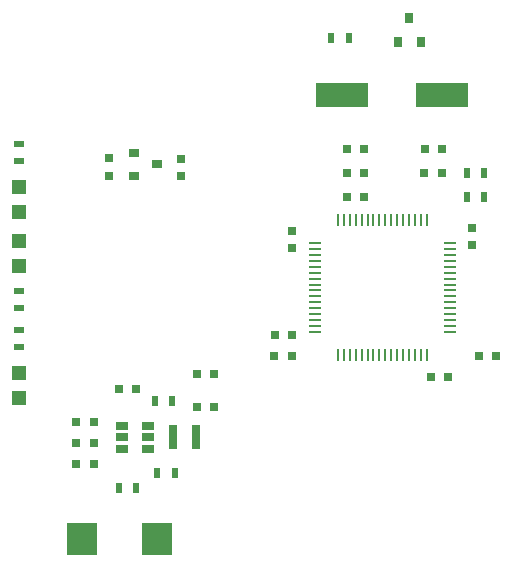
<source format=gbr>
G04 #@! TF.GenerationSoftware,KiCad,Pcbnew,(5.0.2)-1*
G04 #@! TF.CreationDate,2019-03-06T23:00:33-07:00*
G04 #@! TF.ProjectId,AndromedaV3,416e6472-6f6d-4656-9461-56332e6b6963,rev?*
G04 #@! TF.SameCoordinates,Original*
G04 #@! TF.FileFunction,Paste,Top*
G04 #@! TF.FilePolarity,Positive*
%FSLAX46Y46*%
G04 Gerber Fmt 4.6, Leading zero omitted, Abs format (unit mm)*
G04 Created by KiCad (PCBNEW (5.0.2)-1) date 2019-03-06 11:00:33 PM*
%MOMM*%
%LPD*%
G01*
G04 APERTURE LIST*
%ADD10R,0.800000X0.750000*%
%ADD11R,0.750000X0.800000*%
%ADD12R,2.550000X2.700000*%
%ADD13R,1.200000X1.200000*%
%ADD14R,0.800000X2.000000*%
%ADD15R,0.800000X0.900000*%
%ADD16R,0.500000X0.900000*%
%ADD17R,0.900000X0.500000*%
%ADD18R,0.900000X0.800000*%
%ADD19R,1.060000X0.650000*%
%ADD20R,1.000000X0.250000*%
%ADD21R,0.250000X1.000000*%
%ADD22R,4.500000X2.000000*%
G04 APERTURE END LIST*
D10*
G04 #@! TO.C,C1*
X118860000Y-104394000D03*
X117360000Y-104394000D03*
G04 #@! TD*
D11*
G04 #@! TO.C,C2*
X126238000Y-83566000D03*
X126238000Y-82066000D03*
G04 #@! TD*
D10*
G04 #@! TO.C,C3*
X118848000Y-107950000D03*
X117348000Y-107950000D03*
G04 #@! TD*
G04 #@! TO.C,C4*
X117348000Y-106172000D03*
X118848000Y-106172000D03*
G04 #@! TD*
D11*
G04 #@! TO.C,C5*
X120142000Y-82042000D03*
X120142000Y-83542000D03*
G04 #@! TD*
D10*
G04 #@! TO.C,C6*
X122428000Y-101600000D03*
X120928000Y-101600000D03*
G04 #@! TD*
G04 #@! TO.C,C7*
X127532000Y-103124000D03*
X129032000Y-103124000D03*
G04 #@! TD*
G04 #@! TO.C,C8*
X129032000Y-100330000D03*
X127532000Y-100330000D03*
G04 #@! TD*
G04 #@! TO.C,C9*
X147344000Y-100584000D03*
X148844000Y-100584000D03*
G04 #@! TD*
G04 #@! TO.C,C10*
X135636000Y-97028000D03*
X134136000Y-97028000D03*
G04 #@! TD*
G04 #@! TO.C,C11*
X140232000Y-81280000D03*
X141732000Y-81280000D03*
G04 #@! TD*
G04 #@! TO.C,C12*
X134124000Y-98806000D03*
X135624000Y-98806000D03*
G04 #@! TD*
G04 #@! TO.C,C13*
X148336000Y-81280000D03*
X146836000Y-81280000D03*
G04 #@! TD*
G04 #@! TO.C,C14*
X146812000Y-83312000D03*
X148312000Y-83312000D03*
G04 #@! TD*
D11*
G04 #@! TO.C,C15*
X150876000Y-87908000D03*
X150876000Y-89408000D03*
G04 #@! TD*
D10*
G04 #@! TO.C,C16*
X140232000Y-85344000D03*
X141732000Y-85344000D03*
G04 #@! TD*
D11*
G04 #@! TO.C,C17*
X135636000Y-88162000D03*
X135636000Y-89662000D03*
G04 #@! TD*
D10*
G04 #@! TO.C,C18*
X140232000Y-83312000D03*
X141732000Y-83312000D03*
G04 #@! TD*
G04 #@! TO.C,C19*
X152908000Y-98806000D03*
X151408000Y-98806000D03*
G04 #@! TD*
D12*
G04 #@! TO.C,C20*
X117856000Y-114300000D03*
X124206000Y-114300000D03*
G04 #@! TD*
D13*
G04 #@! TO.C,D1*
X112522000Y-84414000D03*
X112522000Y-86614000D03*
G04 #@! TD*
G04 #@! TO.C,D2*
X112522000Y-91186000D03*
X112522000Y-88986000D03*
G04 #@! TD*
G04 #@! TO.C,D3*
X112522000Y-102362000D03*
X112522000Y-100162000D03*
G04 #@! TD*
D14*
G04 #@! TO.C,L1*
X127508000Y-105664000D03*
X125508000Y-105664000D03*
G04 #@! TD*
D15*
G04 #@! TO.C,Q1*
X144592000Y-72186000D03*
X146492000Y-72186000D03*
X145542000Y-70186000D03*
G04 #@! TD*
D16*
G04 #@! TO.C,R1*
X120928000Y-109982000D03*
X122428000Y-109982000D03*
G04 #@! TD*
G04 #@! TO.C,R2*
X125718000Y-108712000D03*
X124218000Y-108712000D03*
G04 #@! TD*
G04 #@! TO.C,R3*
X138950000Y-71882000D03*
X140450000Y-71882000D03*
G04 #@! TD*
G04 #@! TO.C,R4*
X123976000Y-102616000D03*
X125476000Y-102616000D03*
G04 #@! TD*
D17*
G04 #@! TO.C,R5*
X112522000Y-82284000D03*
X112522000Y-80784000D03*
G04 #@! TD*
D16*
G04 #@! TO.C,R6*
X150392000Y-83312000D03*
X151892000Y-83312000D03*
G04 #@! TD*
G04 #@! TO.C,R7*
X150392000Y-85344000D03*
X151892000Y-85344000D03*
G04 #@! TD*
D17*
G04 #@! TO.C,R8*
X112522000Y-93242000D03*
X112522000Y-94742000D03*
G04 #@! TD*
G04 #@! TO.C,R9*
X112522000Y-98032000D03*
X112522000Y-96532000D03*
G04 #@! TD*
D18*
G04 #@! TO.C,U1*
X124190000Y-82550000D03*
X122190000Y-83500000D03*
X122190000Y-81600000D03*
G04 #@! TD*
D19*
G04 #@! TO.C,U2*
X123444000Y-105664000D03*
X123444000Y-104714000D03*
X123444000Y-106614000D03*
X121244000Y-106614000D03*
X121244000Y-105664000D03*
X121244000Y-104714000D03*
G04 #@! TD*
D20*
G04 #@! TO.C,U3*
X148956000Y-89214000D03*
X148956000Y-89714000D03*
X148956000Y-90214000D03*
X148956000Y-90714000D03*
X148956000Y-91214000D03*
X148956000Y-91714000D03*
X148956000Y-92214000D03*
X148956000Y-92714000D03*
X148956000Y-93214000D03*
X148956000Y-93714000D03*
X148956000Y-94214000D03*
X148956000Y-94714000D03*
X148956000Y-95214000D03*
X148956000Y-95714000D03*
X148956000Y-96214000D03*
X148956000Y-96714000D03*
D21*
X147006000Y-98664000D03*
X146506000Y-98664000D03*
X146006000Y-98664000D03*
X145506000Y-98664000D03*
X145006000Y-98664000D03*
X144506000Y-98664000D03*
X144006000Y-98664000D03*
X143506000Y-98664000D03*
X143006000Y-98664000D03*
X142506000Y-98664000D03*
X142006000Y-98664000D03*
X141506000Y-98664000D03*
X141006000Y-98664000D03*
X140506000Y-98664000D03*
X140006000Y-98664000D03*
X139506000Y-98664000D03*
D20*
X137556000Y-96714000D03*
X137556000Y-96214000D03*
X137556000Y-95714000D03*
X137556000Y-95214000D03*
X137556000Y-94714000D03*
X137556000Y-94214000D03*
X137556000Y-93714000D03*
X137556000Y-93214000D03*
X137556000Y-92714000D03*
X137556000Y-92214000D03*
X137556000Y-91714000D03*
X137556000Y-91214000D03*
X137556000Y-90714000D03*
X137556000Y-90214000D03*
X137556000Y-89714000D03*
X137556000Y-89214000D03*
D21*
X139506000Y-87264000D03*
X140006000Y-87264000D03*
X140506000Y-87264000D03*
X141006000Y-87264000D03*
X141506000Y-87264000D03*
X142006000Y-87264000D03*
X142506000Y-87264000D03*
X143006000Y-87264000D03*
X143506000Y-87264000D03*
X144006000Y-87264000D03*
X144506000Y-87264000D03*
X145006000Y-87264000D03*
X145506000Y-87264000D03*
X146006000Y-87264000D03*
X146506000Y-87264000D03*
X147006000Y-87264000D03*
G04 #@! TD*
D22*
G04 #@! TO.C,Y1*
X148336000Y-76708000D03*
X139836000Y-76708000D03*
G04 #@! TD*
M02*

</source>
